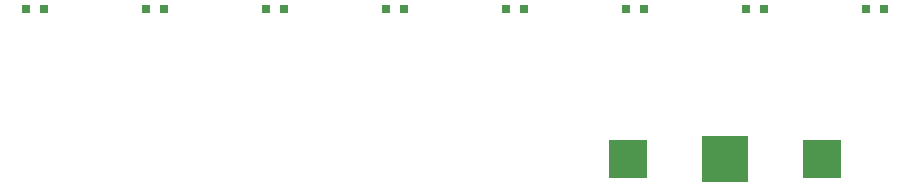
<source format=gbp>
G04 EAGLE Gerber RS-274X export*
G75*
%MOMM*%
%FSLAX34Y34*%
%LPD*%
%INSolderpaste Bottom*%
%IPPOS*%
%AMOC8*
5,1,8,0,0,1.08239X$1,22.5*%
G01*
%ADD10R,0.800000X0.800000*%
%ADD11R,3.200000X3.200000*%
%ADD12R,3.900000X3.900000*%


D10*
X873640Y683260D03*
X858640Y683260D03*
X772040Y683260D03*
X757040Y683260D03*
X670440Y683260D03*
X655440Y683260D03*
X568840Y683260D03*
X553840Y683260D03*
X452240Y683260D03*
X467240Y683260D03*
X350640Y683260D03*
X365640Y683260D03*
X249040Y683260D03*
X264040Y683260D03*
X147440Y683260D03*
X162440Y683260D03*
D11*
X821140Y556260D03*
X657140Y556260D03*
D12*
X739140Y556260D03*
M02*

</source>
